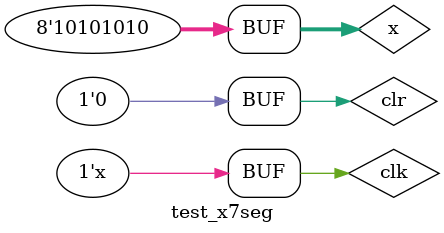
<source format=v>
`timescale 1ns / 1ps


module test_x7seg;

	// Inputs
	reg [7:0] x;
	reg clk;
	reg clr;

	// Outputs
	wire [6:0] a_to_g;
	wire [3:0] an;

	// Instantiate the Unit Under Test (UUT)
	x7seg uut (
		.x(x), 
		.clk(clk), 
		.clr(clr), 
		.a_to_g(a_to_g), 
		.an(an)
	);

	initial begin
		// Initialize Inputs
		x = 0;
		clk = 1;
		clr = 1;

		// Wait 100 ns for global reset to finish
		#100;
		x=0000;
		clr=0;
		// Add stimulus here
		x='hAA;
	end
	always #10 clk=~clk;  
endmodule


</source>
